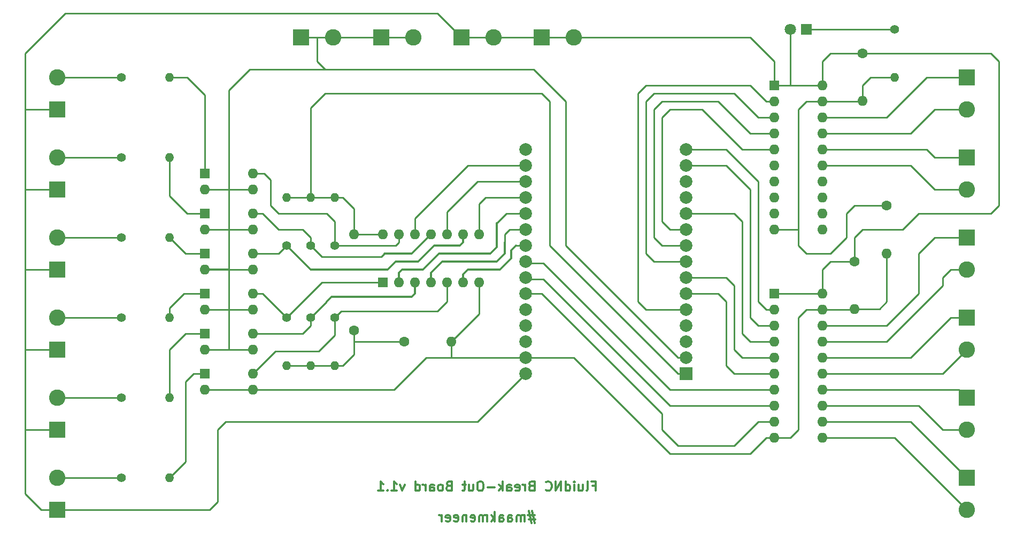
<source format=gbl>
G04 #@! TF.GenerationSoftware,KiCad,Pcbnew,7.0.1-3b83917a11~171~ubuntu20.04.1*
G04 #@! TF.CreationDate,2023-03-14T09:38:21+01:00*
G04 #@! TF.ProjectId,FluidNC-BOB v1.1,466c7569-644e-4432-9d42-4f422076312e,rev?*
G04 #@! TF.SameCoordinates,Original*
G04 #@! TF.FileFunction,Copper,L2,Bot*
G04 #@! TF.FilePolarity,Positive*
%FSLAX46Y46*%
G04 Gerber Fmt 4.6, Leading zero omitted, Abs format (unit mm)*
G04 Created by KiCad (PCBNEW 7.0.1-3b83917a11~171~ubuntu20.04.1) date 2023-03-14 09:38:21*
%MOMM*%
%LPD*%
G01*
G04 APERTURE LIST*
%ADD10C,0.300000*%
G04 #@! TA.AperFunction,NonConductor*
%ADD11C,0.300000*%
G04 #@! TD*
G04 #@! TA.AperFunction,ComponentPad*
%ADD12R,1.600000X1.600000*%
G04 #@! TD*
G04 #@! TA.AperFunction,ComponentPad*
%ADD13O,1.600000X1.600000*%
G04 #@! TD*
G04 #@! TA.AperFunction,ComponentPad*
%ADD14C,1.600000*%
G04 #@! TD*
G04 #@! TA.AperFunction,ComponentPad*
%ADD15R,1.800000X1.800000*%
G04 #@! TD*
G04 #@! TA.AperFunction,ComponentPad*
%ADD16C,1.800000*%
G04 #@! TD*
G04 #@! TA.AperFunction,ComponentPad*
%ADD17C,1.400000*%
G04 #@! TD*
G04 #@! TA.AperFunction,ComponentPad*
%ADD18O,1.400000X1.400000*%
G04 #@! TD*
G04 #@! TA.AperFunction,ComponentPad*
%ADD19R,2.000000X2.000000*%
G04 #@! TD*
G04 #@! TA.AperFunction,ComponentPad*
%ADD20C,2.000000*%
G04 #@! TD*
G04 #@! TA.AperFunction,ComponentPad*
%ADD21R,2.600000X2.600000*%
G04 #@! TD*
G04 #@! TA.AperFunction,ComponentPad*
%ADD22C,2.600000*%
G04 #@! TD*
G04 #@! TA.AperFunction,Conductor*
%ADD23C,0.250000*%
G04 #@! TD*
G04 #@! TA.AperFunction,Conductor*
%ADD24C,0.300000*%
G04 #@! TD*
G04 APERTURE END LIST*
D10*
D11*
X146508285Y-113048214D02*
X147008285Y-113048214D01*
X147008285Y-113833928D02*
X147008285Y-112333928D01*
X147008285Y-112333928D02*
X146293999Y-112333928D01*
X145508285Y-113833928D02*
X145651142Y-113762500D01*
X145651142Y-113762500D02*
X145722571Y-113619642D01*
X145722571Y-113619642D02*
X145722571Y-112333928D01*
X144294000Y-112833928D02*
X144294000Y-113833928D01*
X144936857Y-112833928D02*
X144936857Y-113619642D01*
X144936857Y-113619642D02*
X144865428Y-113762500D01*
X144865428Y-113762500D02*
X144722571Y-113833928D01*
X144722571Y-113833928D02*
X144508285Y-113833928D01*
X144508285Y-113833928D02*
X144365428Y-113762500D01*
X144365428Y-113762500D02*
X144294000Y-113691071D01*
X143579714Y-113833928D02*
X143579714Y-112833928D01*
X143579714Y-112333928D02*
X143651142Y-112405357D01*
X143651142Y-112405357D02*
X143579714Y-112476785D01*
X143579714Y-112476785D02*
X143508285Y-112405357D01*
X143508285Y-112405357D02*
X143579714Y-112333928D01*
X143579714Y-112333928D02*
X143579714Y-112476785D01*
X142222571Y-113833928D02*
X142222571Y-112333928D01*
X142222571Y-113762500D02*
X142365428Y-113833928D01*
X142365428Y-113833928D02*
X142651142Y-113833928D01*
X142651142Y-113833928D02*
X142793999Y-113762500D01*
X142793999Y-113762500D02*
X142865428Y-113691071D01*
X142865428Y-113691071D02*
X142936856Y-113548214D01*
X142936856Y-113548214D02*
X142936856Y-113119642D01*
X142936856Y-113119642D02*
X142865428Y-112976785D01*
X142865428Y-112976785D02*
X142793999Y-112905357D01*
X142793999Y-112905357D02*
X142651142Y-112833928D01*
X142651142Y-112833928D02*
X142365428Y-112833928D01*
X142365428Y-112833928D02*
X142222571Y-112905357D01*
X141508285Y-113833928D02*
X141508285Y-112333928D01*
X141508285Y-112333928D02*
X140651142Y-113833928D01*
X140651142Y-113833928D02*
X140651142Y-112333928D01*
X139079713Y-113691071D02*
X139151141Y-113762500D01*
X139151141Y-113762500D02*
X139365427Y-113833928D01*
X139365427Y-113833928D02*
X139508284Y-113833928D01*
X139508284Y-113833928D02*
X139722570Y-113762500D01*
X139722570Y-113762500D02*
X139865427Y-113619642D01*
X139865427Y-113619642D02*
X139936856Y-113476785D01*
X139936856Y-113476785D02*
X140008284Y-113191071D01*
X140008284Y-113191071D02*
X140008284Y-112976785D01*
X140008284Y-112976785D02*
X139936856Y-112691071D01*
X139936856Y-112691071D02*
X139865427Y-112548214D01*
X139865427Y-112548214D02*
X139722570Y-112405357D01*
X139722570Y-112405357D02*
X139508284Y-112333928D01*
X139508284Y-112333928D02*
X139365427Y-112333928D01*
X139365427Y-112333928D02*
X139151141Y-112405357D01*
X139151141Y-112405357D02*
X139079713Y-112476785D01*
X136793999Y-113048214D02*
X136579713Y-113119642D01*
X136579713Y-113119642D02*
X136508284Y-113191071D01*
X136508284Y-113191071D02*
X136436856Y-113333928D01*
X136436856Y-113333928D02*
X136436856Y-113548214D01*
X136436856Y-113548214D02*
X136508284Y-113691071D01*
X136508284Y-113691071D02*
X136579713Y-113762500D01*
X136579713Y-113762500D02*
X136722570Y-113833928D01*
X136722570Y-113833928D02*
X137293999Y-113833928D01*
X137293999Y-113833928D02*
X137293999Y-112333928D01*
X137293999Y-112333928D02*
X136793999Y-112333928D01*
X136793999Y-112333928D02*
X136651142Y-112405357D01*
X136651142Y-112405357D02*
X136579713Y-112476785D01*
X136579713Y-112476785D02*
X136508284Y-112619642D01*
X136508284Y-112619642D02*
X136508284Y-112762500D01*
X136508284Y-112762500D02*
X136579713Y-112905357D01*
X136579713Y-112905357D02*
X136651142Y-112976785D01*
X136651142Y-112976785D02*
X136793999Y-113048214D01*
X136793999Y-113048214D02*
X137293999Y-113048214D01*
X135793999Y-113833928D02*
X135793999Y-112833928D01*
X135793999Y-113119642D02*
X135722570Y-112976785D01*
X135722570Y-112976785D02*
X135651142Y-112905357D01*
X135651142Y-112905357D02*
X135508284Y-112833928D01*
X135508284Y-112833928D02*
X135365427Y-112833928D01*
X134293999Y-113762500D02*
X134436856Y-113833928D01*
X134436856Y-113833928D02*
X134722571Y-113833928D01*
X134722571Y-113833928D02*
X134865428Y-113762500D01*
X134865428Y-113762500D02*
X134936856Y-113619642D01*
X134936856Y-113619642D02*
X134936856Y-113048214D01*
X134936856Y-113048214D02*
X134865428Y-112905357D01*
X134865428Y-112905357D02*
X134722571Y-112833928D01*
X134722571Y-112833928D02*
X134436856Y-112833928D01*
X134436856Y-112833928D02*
X134293999Y-112905357D01*
X134293999Y-112905357D02*
X134222571Y-113048214D01*
X134222571Y-113048214D02*
X134222571Y-113191071D01*
X134222571Y-113191071D02*
X134936856Y-113333928D01*
X132936857Y-113833928D02*
X132936857Y-113048214D01*
X132936857Y-113048214D02*
X133008285Y-112905357D01*
X133008285Y-112905357D02*
X133151142Y-112833928D01*
X133151142Y-112833928D02*
X133436857Y-112833928D01*
X133436857Y-112833928D02*
X133579714Y-112905357D01*
X132936857Y-113762500D02*
X133079714Y-113833928D01*
X133079714Y-113833928D02*
X133436857Y-113833928D01*
X133436857Y-113833928D02*
X133579714Y-113762500D01*
X133579714Y-113762500D02*
X133651142Y-113619642D01*
X133651142Y-113619642D02*
X133651142Y-113476785D01*
X133651142Y-113476785D02*
X133579714Y-113333928D01*
X133579714Y-113333928D02*
X133436857Y-113262500D01*
X133436857Y-113262500D02*
X133079714Y-113262500D01*
X133079714Y-113262500D02*
X132936857Y-113191071D01*
X132222571Y-113833928D02*
X132222571Y-112333928D01*
X132079714Y-113262500D02*
X131651142Y-113833928D01*
X131651142Y-112833928D02*
X132222571Y-113405357D01*
X131008285Y-113262500D02*
X129865428Y-113262500D01*
X128865427Y-112333928D02*
X128579713Y-112333928D01*
X128579713Y-112333928D02*
X128436856Y-112405357D01*
X128436856Y-112405357D02*
X128293999Y-112548214D01*
X128293999Y-112548214D02*
X128222570Y-112833928D01*
X128222570Y-112833928D02*
X128222570Y-113333928D01*
X128222570Y-113333928D02*
X128293999Y-113619642D01*
X128293999Y-113619642D02*
X128436856Y-113762500D01*
X128436856Y-113762500D02*
X128579713Y-113833928D01*
X128579713Y-113833928D02*
X128865427Y-113833928D01*
X128865427Y-113833928D02*
X129008285Y-113762500D01*
X129008285Y-113762500D02*
X129151142Y-113619642D01*
X129151142Y-113619642D02*
X129222570Y-113333928D01*
X129222570Y-113333928D02*
X129222570Y-112833928D01*
X129222570Y-112833928D02*
X129151142Y-112548214D01*
X129151142Y-112548214D02*
X129008285Y-112405357D01*
X129008285Y-112405357D02*
X128865427Y-112333928D01*
X126936856Y-112833928D02*
X126936856Y-113833928D01*
X127579713Y-112833928D02*
X127579713Y-113619642D01*
X127579713Y-113619642D02*
X127508284Y-113762500D01*
X127508284Y-113762500D02*
X127365427Y-113833928D01*
X127365427Y-113833928D02*
X127151141Y-113833928D01*
X127151141Y-113833928D02*
X127008284Y-113762500D01*
X127008284Y-113762500D02*
X126936856Y-113691071D01*
X126436855Y-112833928D02*
X125865427Y-112833928D01*
X126222570Y-112333928D02*
X126222570Y-113619642D01*
X126222570Y-113619642D02*
X126151141Y-113762500D01*
X126151141Y-113762500D02*
X126008284Y-113833928D01*
X126008284Y-113833928D02*
X125865427Y-113833928D01*
X123722570Y-113048214D02*
X123508284Y-113119642D01*
X123508284Y-113119642D02*
X123436855Y-113191071D01*
X123436855Y-113191071D02*
X123365427Y-113333928D01*
X123365427Y-113333928D02*
X123365427Y-113548214D01*
X123365427Y-113548214D02*
X123436855Y-113691071D01*
X123436855Y-113691071D02*
X123508284Y-113762500D01*
X123508284Y-113762500D02*
X123651141Y-113833928D01*
X123651141Y-113833928D02*
X124222570Y-113833928D01*
X124222570Y-113833928D02*
X124222570Y-112333928D01*
X124222570Y-112333928D02*
X123722570Y-112333928D01*
X123722570Y-112333928D02*
X123579713Y-112405357D01*
X123579713Y-112405357D02*
X123508284Y-112476785D01*
X123508284Y-112476785D02*
X123436855Y-112619642D01*
X123436855Y-112619642D02*
X123436855Y-112762500D01*
X123436855Y-112762500D02*
X123508284Y-112905357D01*
X123508284Y-112905357D02*
X123579713Y-112976785D01*
X123579713Y-112976785D02*
X123722570Y-113048214D01*
X123722570Y-113048214D02*
X124222570Y-113048214D01*
X122508284Y-113833928D02*
X122651141Y-113762500D01*
X122651141Y-113762500D02*
X122722570Y-113691071D01*
X122722570Y-113691071D02*
X122793998Y-113548214D01*
X122793998Y-113548214D02*
X122793998Y-113119642D01*
X122793998Y-113119642D02*
X122722570Y-112976785D01*
X122722570Y-112976785D02*
X122651141Y-112905357D01*
X122651141Y-112905357D02*
X122508284Y-112833928D01*
X122508284Y-112833928D02*
X122293998Y-112833928D01*
X122293998Y-112833928D02*
X122151141Y-112905357D01*
X122151141Y-112905357D02*
X122079713Y-112976785D01*
X122079713Y-112976785D02*
X122008284Y-113119642D01*
X122008284Y-113119642D02*
X122008284Y-113548214D01*
X122008284Y-113548214D02*
X122079713Y-113691071D01*
X122079713Y-113691071D02*
X122151141Y-113762500D01*
X122151141Y-113762500D02*
X122293998Y-113833928D01*
X122293998Y-113833928D02*
X122508284Y-113833928D01*
X120722570Y-113833928D02*
X120722570Y-113048214D01*
X120722570Y-113048214D02*
X120793998Y-112905357D01*
X120793998Y-112905357D02*
X120936855Y-112833928D01*
X120936855Y-112833928D02*
X121222570Y-112833928D01*
X121222570Y-112833928D02*
X121365427Y-112905357D01*
X120722570Y-113762500D02*
X120865427Y-113833928D01*
X120865427Y-113833928D02*
X121222570Y-113833928D01*
X121222570Y-113833928D02*
X121365427Y-113762500D01*
X121365427Y-113762500D02*
X121436855Y-113619642D01*
X121436855Y-113619642D02*
X121436855Y-113476785D01*
X121436855Y-113476785D02*
X121365427Y-113333928D01*
X121365427Y-113333928D02*
X121222570Y-113262500D01*
X121222570Y-113262500D02*
X120865427Y-113262500D01*
X120865427Y-113262500D02*
X120722570Y-113191071D01*
X120008284Y-113833928D02*
X120008284Y-112833928D01*
X120008284Y-113119642D02*
X119936855Y-112976785D01*
X119936855Y-112976785D02*
X119865427Y-112905357D01*
X119865427Y-112905357D02*
X119722569Y-112833928D01*
X119722569Y-112833928D02*
X119579712Y-112833928D01*
X118436856Y-113833928D02*
X118436856Y-112333928D01*
X118436856Y-113762500D02*
X118579713Y-113833928D01*
X118579713Y-113833928D02*
X118865427Y-113833928D01*
X118865427Y-113833928D02*
X119008284Y-113762500D01*
X119008284Y-113762500D02*
X119079713Y-113691071D01*
X119079713Y-113691071D02*
X119151141Y-113548214D01*
X119151141Y-113548214D02*
X119151141Y-113119642D01*
X119151141Y-113119642D02*
X119079713Y-112976785D01*
X119079713Y-112976785D02*
X119008284Y-112905357D01*
X119008284Y-112905357D02*
X118865427Y-112833928D01*
X118865427Y-112833928D02*
X118579713Y-112833928D01*
X118579713Y-112833928D02*
X118436856Y-112905357D01*
X116722570Y-112833928D02*
X116365427Y-113833928D01*
X116365427Y-113833928D02*
X116008284Y-112833928D01*
X114651141Y-113833928D02*
X115508284Y-113833928D01*
X115079713Y-113833928D02*
X115079713Y-112333928D01*
X115079713Y-112333928D02*
X115222570Y-112548214D01*
X115222570Y-112548214D02*
X115365427Y-112691071D01*
X115365427Y-112691071D02*
X115508284Y-112762500D01*
X114008285Y-113691071D02*
X113936856Y-113762500D01*
X113936856Y-113762500D02*
X114008285Y-113833928D01*
X114008285Y-113833928D02*
X114079713Y-113762500D01*
X114079713Y-113762500D02*
X114008285Y-113691071D01*
X114008285Y-113691071D02*
X114008285Y-113833928D01*
X112508284Y-113833928D02*
X113365427Y-113833928D01*
X112936856Y-113833928D02*
X112936856Y-112333928D01*
X112936856Y-112333928D02*
X113079713Y-112548214D01*
X113079713Y-112548214D02*
X113222570Y-112691071D01*
X113222570Y-112691071D02*
X113365427Y-112762500D01*
X137293999Y-117693928D02*
X136222571Y-117693928D01*
X136865428Y-117051071D02*
X137293999Y-118979642D01*
X136365428Y-118336785D02*
X137436856Y-118336785D01*
X136793999Y-118979642D02*
X136365428Y-117051071D01*
X135722571Y-118693928D02*
X135722571Y-117693928D01*
X135722571Y-117836785D02*
X135651142Y-117765357D01*
X135651142Y-117765357D02*
X135508285Y-117693928D01*
X135508285Y-117693928D02*
X135293999Y-117693928D01*
X135293999Y-117693928D02*
X135151142Y-117765357D01*
X135151142Y-117765357D02*
X135079714Y-117908214D01*
X135079714Y-117908214D02*
X135079714Y-118693928D01*
X135079714Y-117908214D02*
X135008285Y-117765357D01*
X135008285Y-117765357D02*
X134865428Y-117693928D01*
X134865428Y-117693928D02*
X134651142Y-117693928D01*
X134651142Y-117693928D02*
X134508285Y-117765357D01*
X134508285Y-117765357D02*
X134436856Y-117908214D01*
X134436856Y-117908214D02*
X134436856Y-118693928D01*
X133079714Y-118693928D02*
X133079714Y-117908214D01*
X133079714Y-117908214D02*
X133151142Y-117765357D01*
X133151142Y-117765357D02*
X133293999Y-117693928D01*
X133293999Y-117693928D02*
X133579714Y-117693928D01*
X133579714Y-117693928D02*
X133722571Y-117765357D01*
X133079714Y-118622500D02*
X133222571Y-118693928D01*
X133222571Y-118693928D02*
X133579714Y-118693928D01*
X133579714Y-118693928D02*
X133722571Y-118622500D01*
X133722571Y-118622500D02*
X133793999Y-118479642D01*
X133793999Y-118479642D02*
X133793999Y-118336785D01*
X133793999Y-118336785D02*
X133722571Y-118193928D01*
X133722571Y-118193928D02*
X133579714Y-118122500D01*
X133579714Y-118122500D02*
X133222571Y-118122500D01*
X133222571Y-118122500D02*
X133079714Y-118051071D01*
X131722571Y-118693928D02*
X131722571Y-117908214D01*
X131722571Y-117908214D02*
X131793999Y-117765357D01*
X131793999Y-117765357D02*
X131936856Y-117693928D01*
X131936856Y-117693928D02*
X132222571Y-117693928D01*
X132222571Y-117693928D02*
X132365428Y-117765357D01*
X131722571Y-118622500D02*
X131865428Y-118693928D01*
X131865428Y-118693928D02*
X132222571Y-118693928D01*
X132222571Y-118693928D02*
X132365428Y-118622500D01*
X132365428Y-118622500D02*
X132436856Y-118479642D01*
X132436856Y-118479642D02*
X132436856Y-118336785D01*
X132436856Y-118336785D02*
X132365428Y-118193928D01*
X132365428Y-118193928D02*
X132222571Y-118122500D01*
X132222571Y-118122500D02*
X131865428Y-118122500D01*
X131865428Y-118122500D02*
X131722571Y-118051071D01*
X131008285Y-118693928D02*
X131008285Y-117193928D01*
X130865428Y-118122500D02*
X130436856Y-118693928D01*
X130436856Y-117693928D02*
X131008285Y-118265357D01*
X129793999Y-118693928D02*
X129793999Y-117693928D01*
X129793999Y-117836785D02*
X129722570Y-117765357D01*
X129722570Y-117765357D02*
X129579713Y-117693928D01*
X129579713Y-117693928D02*
X129365427Y-117693928D01*
X129365427Y-117693928D02*
X129222570Y-117765357D01*
X129222570Y-117765357D02*
X129151142Y-117908214D01*
X129151142Y-117908214D02*
X129151142Y-118693928D01*
X129151142Y-117908214D02*
X129079713Y-117765357D01*
X129079713Y-117765357D02*
X128936856Y-117693928D01*
X128936856Y-117693928D02*
X128722570Y-117693928D01*
X128722570Y-117693928D02*
X128579713Y-117765357D01*
X128579713Y-117765357D02*
X128508284Y-117908214D01*
X128508284Y-117908214D02*
X128508284Y-118693928D01*
X127222570Y-118622500D02*
X127365427Y-118693928D01*
X127365427Y-118693928D02*
X127651142Y-118693928D01*
X127651142Y-118693928D02*
X127793999Y-118622500D01*
X127793999Y-118622500D02*
X127865427Y-118479642D01*
X127865427Y-118479642D02*
X127865427Y-117908214D01*
X127865427Y-117908214D02*
X127793999Y-117765357D01*
X127793999Y-117765357D02*
X127651142Y-117693928D01*
X127651142Y-117693928D02*
X127365427Y-117693928D01*
X127365427Y-117693928D02*
X127222570Y-117765357D01*
X127222570Y-117765357D02*
X127151142Y-117908214D01*
X127151142Y-117908214D02*
X127151142Y-118051071D01*
X127151142Y-118051071D02*
X127865427Y-118193928D01*
X126508285Y-117693928D02*
X126508285Y-118693928D01*
X126508285Y-117836785D02*
X126436856Y-117765357D01*
X126436856Y-117765357D02*
X126293999Y-117693928D01*
X126293999Y-117693928D02*
X126079713Y-117693928D01*
X126079713Y-117693928D02*
X125936856Y-117765357D01*
X125936856Y-117765357D02*
X125865428Y-117908214D01*
X125865428Y-117908214D02*
X125865428Y-118693928D01*
X124579713Y-118622500D02*
X124722570Y-118693928D01*
X124722570Y-118693928D02*
X125008285Y-118693928D01*
X125008285Y-118693928D02*
X125151142Y-118622500D01*
X125151142Y-118622500D02*
X125222570Y-118479642D01*
X125222570Y-118479642D02*
X125222570Y-117908214D01*
X125222570Y-117908214D02*
X125151142Y-117765357D01*
X125151142Y-117765357D02*
X125008285Y-117693928D01*
X125008285Y-117693928D02*
X124722570Y-117693928D01*
X124722570Y-117693928D02*
X124579713Y-117765357D01*
X124579713Y-117765357D02*
X124508285Y-117908214D01*
X124508285Y-117908214D02*
X124508285Y-118051071D01*
X124508285Y-118051071D02*
X125222570Y-118193928D01*
X123293999Y-118622500D02*
X123436856Y-118693928D01*
X123436856Y-118693928D02*
X123722571Y-118693928D01*
X123722571Y-118693928D02*
X123865428Y-118622500D01*
X123865428Y-118622500D02*
X123936856Y-118479642D01*
X123936856Y-118479642D02*
X123936856Y-117908214D01*
X123936856Y-117908214D02*
X123865428Y-117765357D01*
X123865428Y-117765357D02*
X123722571Y-117693928D01*
X123722571Y-117693928D02*
X123436856Y-117693928D01*
X123436856Y-117693928D02*
X123293999Y-117765357D01*
X123293999Y-117765357D02*
X123222571Y-117908214D01*
X123222571Y-117908214D02*
X123222571Y-118051071D01*
X123222571Y-118051071D02*
X123936856Y-118193928D01*
X122579714Y-118693928D02*
X122579714Y-117693928D01*
X122579714Y-117979642D02*
X122508285Y-117836785D01*
X122508285Y-117836785D02*
X122436857Y-117765357D01*
X122436857Y-117765357D02*
X122293999Y-117693928D01*
X122293999Y-117693928D02*
X122151142Y-117693928D01*
D12*
X113279000Y-80762000D03*
D13*
X115819000Y-80762000D03*
X118359000Y-80762000D03*
X120899000Y-80762000D03*
X123439000Y-80762000D03*
X125979000Y-80762000D03*
X128519000Y-80762000D03*
X128519000Y-73142000D03*
X125979000Y-73142000D03*
X123439000Y-73142000D03*
X120899000Y-73142000D03*
X118359000Y-73142000D03*
X115819000Y-73142000D03*
X113279000Y-73142000D03*
D12*
X175260000Y-82550000D03*
D13*
X175260000Y-85090000D03*
X175260000Y-87630000D03*
X175260000Y-90170000D03*
X175260000Y-92710000D03*
X175260000Y-95250000D03*
X175260000Y-97790000D03*
X175260000Y-100330000D03*
X175260000Y-102870000D03*
X175260000Y-105410000D03*
X182880000Y-105410000D03*
X182880000Y-102870000D03*
X182880000Y-100330000D03*
X182880000Y-97790000D03*
X182880000Y-95250000D03*
X182880000Y-92710000D03*
X182880000Y-90170000D03*
X182880000Y-87630000D03*
X182880000Y-85090000D03*
X182880000Y-82550000D03*
D12*
X175260000Y-49530000D03*
D13*
X175260000Y-52070000D03*
X175260000Y-54610000D03*
X175260000Y-57150000D03*
X175260000Y-59690000D03*
X175260000Y-62230000D03*
X175260000Y-64770000D03*
X175260000Y-67310000D03*
X175260000Y-69850000D03*
X175260000Y-72390000D03*
X182880000Y-72390000D03*
X182880000Y-69850000D03*
X182880000Y-67310000D03*
X182880000Y-64770000D03*
X182880000Y-62230000D03*
X182880000Y-59690000D03*
X182880000Y-57150000D03*
X182880000Y-54610000D03*
X182880000Y-52070000D03*
X182880000Y-49530000D03*
D12*
X85090000Y-63500000D03*
D13*
X85090000Y-66040000D03*
X92710000Y-66040000D03*
X92710000Y-63500000D03*
D12*
X85090000Y-69850000D03*
D13*
X85090000Y-72390000D03*
X92710000Y-72390000D03*
X92710000Y-69850000D03*
D12*
X85090000Y-88900000D03*
D13*
X85090000Y-91440000D03*
X92710000Y-91440000D03*
X92710000Y-88900000D03*
D12*
X85090000Y-95250000D03*
D13*
X85090000Y-97790000D03*
X92710000Y-97790000D03*
X92710000Y-95250000D03*
D12*
X85090000Y-82550000D03*
D13*
X85090000Y-85090000D03*
X92710000Y-85090000D03*
X92710000Y-82550000D03*
D12*
X85090000Y-76200000D03*
D13*
X85090000Y-78740000D03*
X92710000Y-78740000D03*
X92710000Y-76200000D03*
D14*
X187960000Y-77470000D03*
D13*
X187960000Y-84970000D03*
D14*
X189230000Y-44450000D03*
D13*
X189230000Y-51950000D03*
D15*
X180340000Y-40640000D03*
D16*
X177800000Y-40640000D03*
D17*
X71882000Y-48260000D03*
D18*
X79502000Y-48260000D03*
D17*
X71882000Y-60960000D03*
D18*
X79502000Y-60960000D03*
D17*
X71882000Y-99060000D03*
D18*
X79502000Y-99060000D03*
D17*
X71882000Y-111760000D03*
D18*
X79502000Y-111760000D03*
D17*
X71882000Y-86360000D03*
D18*
X79502000Y-86360000D03*
D17*
X71882000Y-73660000D03*
D18*
X79502000Y-73660000D03*
D17*
X105664000Y-74930000D03*
D18*
X105664000Y-67310000D03*
D17*
X101854000Y-74930000D03*
D18*
X101854000Y-67310000D03*
D17*
X101854000Y-86360000D03*
D18*
X101854000Y-93980000D03*
D17*
X105664000Y-86360000D03*
D18*
X105664000Y-93980000D03*
D17*
X98044000Y-86360000D03*
D18*
X98044000Y-93980000D03*
D17*
X98044000Y-74930000D03*
D18*
X98044000Y-67310000D03*
D17*
X194310000Y-40640000D03*
D18*
X194310000Y-48260000D03*
D19*
X161290000Y-95250000D03*
D20*
X161290000Y-92710000D03*
X161290000Y-90170000D03*
X161290000Y-87630000D03*
X161290000Y-85090000D03*
X161290000Y-82550000D03*
X161290000Y-80010000D03*
X161290000Y-77470000D03*
X161290000Y-74930000D03*
X161290000Y-72390000D03*
X161290000Y-69850000D03*
X161290000Y-67310000D03*
X161290000Y-64770000D03*
X161290000Y-62230000D03*
X161290000Y-59690000D03*
X135890000Y-59690000D03*
X135890000Y-62230000D03*
X135890000Y-64770000D03*
X135890000Y-67310000D03*
X135890000Y-69850000D03*
X135890000Y-72390000D03*
X135890000Y-74930000D03*
X135890000Y-77470000D03*
X135890000Y-80010000D03*
X135890000Y-82550000D03*
X135890000Y-85090000D03*
X135890000Y-87630000D03*
X135890000Y-90170000D03*
X135890000Y-92710000D03*
X135890000Y-95250000D03*
D21*
X61722000Y-53340000D03*
D22*
X61722000Y-48260000D03*
D21*
X61722000Y-66040000D03*
D22*
X61722000Y-60960000D03*
D21*
X61722000Y-104140000D03*
D22*
X61722000Y-99060000D03*
D21*
X61722000Y-116840000D03*
D22*
X61722000Y-111760000D03*
D21*
X61722000Y-91440000D03*
D22*
X61722000Y-86360000D03*
D21*
X61722000Y-78740000D03*
D22*
X61722000Y-73660000D03*
D21*
X205740000Y-73660000D03*
D22*
X205740000Y-78740000D03*
D21*
X205740000Y-86360000D03*
D22*
X205740000Y-91440000D03*
D21*
X205740000Y-99060000D03*
D22*
X205740000Y-104140000D03*
D21*
X205740000Y-111760000D03*
D22*
X205740000Y-116840000D03*
D21*
X205740000Y-48260000D03*
D22*
X205740000Y-53340000D03*
D21*
X205740000Y-60960000D03*
D22*
X205740000Y-66040000D03*
D14*
X193040000Y-68580000D03*
D13*
X193040000Y-76200000D03*
D14*
X108712000Y-88392000D03*
D13*
X108712000Y-73152000D03*
D21*
X113030000Y-41910000D03*
D22*
X118110000Y-41910000D03*
D21*
X100330000Y-41910000D03*
D22*
X105410000Y-41910000D03*
D21*
X125730000Y-41910000D03*
D22*
X130810000Y-41910000D03*
D21*
X138430000Y-41910000D03*
D22*
X143510000Y-41910000D03*
D14*
X116646000Y-90170000D03*
D13*
X124146000Y-90170000D03*
D23*
X105664000Y-93980000D02*
X106934000Y-93980000D01*
X106934000Y-93980000D02*
X108712000Y-92202000D01*
X108712000Y-92202000D02*
X108712000Y-90170000D01*
X116646000Y-90170000D02*
X108712000Y-90170000D01*
X108712000Y-90170000D02*
X108712000Y-88392000D01*
D24*
X85090000Y-78740000D02*
X88900000Y-78740000D01*
D23*
X101854000Y-74930000D02*
X103632000Y-76708000D01*
D24*
X117856000Y-76200000D02*
X113538000Y-76200000D01*
D23*
X103632000Y-76708000D02*
X113030000Y-76708000D01*
X113030000Y-76708000D02*
X113538000Y-76200000D01*
D24*
X125979000Y-73142000D02*
X125979000Y-74427000D01*
X125979000Y-74427000D02*
X125476000Y-74930000D01*
X125476000Y-74930000D02*
X121412000Y-74930000D01*
X101854000Y-78740000D02*
X98044000Y-74930000D01*
X121412000Y-74930000D02*
X118872000Y-77470000D01*
X118872000Y-77470000D02*
X115316000Y-77470000D01*
X114046000Y-78740000D02*
X101854000Y-78740000D01*
X115316000Y-77470000D02*
X114046000Y-78740000D01*
X118359000Y-82555000D02*
X117856000Y-83058000D01*
X118359000Y-80762000D02*
X118359000Y-82555000D01*
X117856000Y-83058000D02*
X105156000Y-83058000D01*
X105156000Y-83058000D02*
X104394000Y-83820000D01*
X118857000Y-75184000D02*
X120899000Y-73142000D01*
X117856000Y-76200000D02*
X118857000Y-75199000D01*
X118857000Y-75199000D02*
X118857000Y-75184000D01*
X120899000Y-80762000D02*
X120899000Y-79253000D01*
X120899000Y-79253000D02*
X122682000Y-77470000D01*
X122682000Y-77470000D02*
X131318000Y-77470000D01*
X131318000Y-77470000D02*
X132588000Y-76200000D01*
X132588000Y-76200000D02*
X132588000Y-74422000D01*
X115819000Y-80762000D02*
X115819000Y-79253000D01*
X115819000Y-79253000D02*
X116332000Y-78740000D01*
X116332000Y-78740000D02*
X119634000Y-78740000D01*
X119634000Y-78740000D02*
X122174000Y-76200000D01*
X122174000Y-76200000D02*
X130302000Y-76200000D01*
X130302000Y-76200000D02*
X131318000Y-75184000D01*
X131318000Y-75184000D02*
X131318000Y-71374000D01*
D23*
X131318000Y-71374000D02*
X132842000Y-69850000D01*
D24*
X131826000Y-78740000D02*
X133604000Y-76962000D01*
X125979000Y-79507000D02*
X126746000Y-78740000D01*
X125979000Y-80762000D02*
X125979000Y-79507000D01*
X126746000Y-78740000D02*
X131826000Y-78740000D01*
X133604000Y-76962000D02*
X133604000Y-75692000D01*
X133604000Y-75692000D02*
X134366000Y-74930000D01*
D23*
X105664000Y-74930000D02*
X115316000Y-74930000D01*
X115316000Y-74930000D02*
X115819000Y-74427000D01*
X180340000Y-40640000D02*
X194310000Y-40640000D01*
X61722000Y-48260000D02*
X71882000Y-48260000D01*
X61722000Y-60960000D02*
X71882000Y-60960000D01*
X61722000Y-99060000D02*
X71882000Y-99060000D01*
X61722000Y-111760000D02*
X71882000Y-111760000D01*
X61722000Y-86360000D02*
X71882000Y-86360000D01*
X61722000Y-73660000D02*
X71882000Y-73660000D01*
X200660000Y-73660000D02*
X205740000Y-73660000D01*
X182880000Y-87630000D02*
X193040000Y-87630000D01*
X198120000Y-82550000D02*
X198120000Y-76200000D01*
X198120000Y-76200000D02*
X200660000Y-73660000D01*
X193040000Y-87630000D02*
X198120000Y-82550000D01*
X203200000Y-78740000D02*
X205740000Y-78740000D01*
X201930000Y-80010000D02*
X203200000Y-78740000D01*
X182880000Y-90170000D02*
X193040000Y-90170000D01*
X193040000Y-90170000D02*
X201930000Y-81280000D01*
X201930000Y-81280000D02*
X201930000Y-80010000D01*
X196850000Y-92710000D02*
X203200000Y-86360000D01*
X203200000Y-86360000D02*
X205740000Y-86360000D01*
X182880000Y-92710000D02*
X196850000Y-92710000D01*
X182880000Y-95250000D02*
X201930000Y-95250000D01*
X201930000Y-95250000D02*
X205740000Y-91440000D01*
X204470000Y-97790000D02*
X205740000Y-99060000D01*
X182880000Y-97790000D02*
X204470000Y-97790000D01*
X103124000Y-91694000D02*
X105664000Y-89154000D01*
X96266000Y-91694000D02*
X103124000Y-91694000D01*
X105664000Y-86360000D02*
X106680000Y-85344000D01*
X123439000Y-83825000D02*
X123439000Y-80762000D01*
X105664000Y-89154000D02*
X105664000Y-86360000D01*
X121920000Y-85344000D02*
X123439000Y-83825000D01*
X92710000Y-95250000D02*
X96266000Y-91694000D01*
X106680000Y-85344000D02*
X121920000Y-85344000D01*
X101854000Y-87630000D02*
X101854000Y-86360000D01*
X100584000Y-88900000D02*
X101854000Y-87630000D01*
X92710000Y-88900000D02*
X100584000Y-88900000D01*
X101854000Y-86360000D02*
X104394000Y-83820000D01*
X96774000Y-76200000D02*
X98044000Y-74930000D01*
X92710000Y-76200000D02*
X96774000Y-76200000D01*
X113279000Y-80762000D02*
X103642000Y-80762000D01*
X94234000Y-82550000D02*
X98044000Y-86360000D01*
X103642000Y-80762000D02*
X98044000Y-86360000D01*
X92710000Y-82550000D02*
X94234000Y-82550000D01*
X94234000Y-69850000D02*
X92710000Y-69850000D01*
X96774000Y-72390000D02*
X94234000Y-69850000D01*
X96774000Y-72390000D02*
X100584000Y-72390000D01*
X100584000Y-72390000D02*
X101854000Y-73660000D01*
X101854000Y-73660000D02*
X101854000Y-74930000D01*
X94488000Y-63500000D02*
X92710000Y-63500000D01*
X95504000Y-68580000D02*
X95504000Y-64516000D01*
X96774000Y-69850000D02*
X95504000Y-68580000D01*
X104394000Y-69850000D02*
X105664000Y-71120000D01*
X105664000Y-71120000D02*
X105664000Y-74930000D01*
X96774000Y-69850000D02*
X104394000Y-69850000D01*
X115819000Y-74427000D02*
X115819000Y-73142000D01*
X95504000Y-64516000D02*
X94488000Y-63500000D01*
X182880000Y-100330000D02*
X198120000Y-100330000D01*
X201930000Y-104140000D02*
X205740000Y-104140000D01*
X198120000Y-100330000D02*
X201930000Y-104140000D01*
X104902000Y-46990000D02*
X104140000Y-46990000D01*
X115062000Y-97790000D02*
X120142000Y-92710000D01*
X102870000Y-41910000D02*
X104140000Y-41910000D01*
X179070000Y-53340000D02*
X179070000Y-72390000D01*
X187840000Y-85090000D02*
X187960000Y-84970000D01*
X191890000Y-84970000D02*
X193040000Y-83820000D01*
X158750000Y-107950000D02*
X171450000Y-107950000D01*
X142240000Y-74930000D02*
X142240000Y-52070000D01*
X135890000Y-92710000D02*
X143510000Y-92710000D01*
X124146000Y-90170000D02*
X124146000Y-92650000D01*
X173990000Y-105410000D02*
X175260000Y-105410000D01*
X179070000Y-104140000D02*
X179070000Y-86360000D01*
X88900000Y-91440000D02*
X92710000Y-91440000D01*
X102870000Y-45720000D02*
X102870000Y-41910000D01*
X189230000Y-49530000D02*
X189230000Y-51950000D01*
X128519000Y-80762000D02*
X128519000Y-85797000D01*
X104140000Y-41910000D02*
X105410000Y-41910000D01*
X88900000Y-78740000D02*
X88900000Y-85090000D01*
X171450000Y-107950000D02*
X173990000Y-105410000D01*
X124206000Y-92710000D02*
X135890000Y-92710000D01*
X179070000Y-74930000D02*
X180340000Y-76200000D01*
X175260000Y-72390000D02*
X179070000Y-72390000D01*
X88900000Y-78740000D02*
X92710000Y-78740000D01*
X179070000Y-86360000D02*
X180340000Y-85090000D01*
X182880000Y-52070000D02*
X180340000Y-52070000D01*
X182880000Y-85090000D02*
X187840000Y-85090000D01*
X160020000Y-92710000D02*
X142240000Y-74930000D01*
X186690000Y-73660000D02*
X186690000Y-69850000D01*
X180340000Y-52070000D02*
X179070000Y-53340000D01*
X137160000Y-46990000D02*
X104902000Y-46990000D01*
X128519000Y-85797000D02*
X124146000Y-90170000D01*
X182880000Y-52070000D02*
X189110000Y-52070000D01*
X184150000Y-76200000D02*
X186690000Y-73660000D01*
X85090000Y-97790000D02*
X92710000Y-97790000D01*
X88900000Y-66040000D02*
X92710000Y-66040000D01*
X85090000Y-66040000D02*
X88900000Y-66040000D01*
X193040000Y-83820000D02*
X193040000Y-76200000D01*
X88900000Y-66040000D02*
X88900000Y-50292000D01*
X92710000Y-97790000D02*
X115062000Y-97790000D01*
X88900000Y-85090000D02*
X88900000Y-91440000D01*
X161290000Y-92710000D02*
X160020000Y-92710000D01*
X180340000Y-76200000D02*
X184150000Y-76200000D01*
X85090000Y-85090000D02*
X88900000Y-85090000D01*
X100330000Y-41910000D02*
X102870000Y-41910000D01*
X88900000Y-66040000D02*
X88900000Y-72390000D01*
X88900000Y-85090000D02*
X92710000Y-85090000D01*
X88900000Y-72390000D02*
X92710000Y-72390000D01*
X175260000Y-105410000D02*
X177800000Y-105410000D01*
X186690000Y-69850000D02*
X187960000Y-68580000D01*
X177800000Y-105410000D02*
X179070000Y-104140000D01*
X142240000Y-52070000D02*
X137160000Y-46990000D01*
X194310000Y-48260000D02*
X190500000Y-48260000D01*
X88900000Y-50292000D02*
X92202000Y-46990000D01*
X104140000Y-46990000D02*
X102870000Y-45720000D01*
X190500000Y-48260000D02*
X189230000Y-49530000D01*
X92202000Y-46990000D02*
X104902000Y-46990000D01*
X120142000Y-92710000D02*
X124206000Y-92710000D01*
X105410000Y-41910000D02*
X113030000Y-41910000D01*
X85090000Y-72390000D02*
X88900000Y-72390000D01*
X124146000Y-92650000D02*
X124206000Y-92710000D01*
X143510000Y-92710000D02*
X158750000Y-107950000D01*
X113030000Y-41910000D02*
X118110000Y-41910000D01*
X187960000Y-68580000D02*
X193040000Y-68580000D01*
X187960000Y-84970000D02*
X191890000Y-84970000D01*
X85090000Y-91440000D02*
X88900000Y-91440000D01*
X189110000Y-52070000D02*
X189230000Y-51950000D01*
X179070000Y-72390000D02*
X179070000Y-74930000D01*
X180340000Y-85090000D02*
X182880000Y-85090000D01*
X88900000Y-78740000D02*
X88900000Y-72390000D01*
X82296000Y-48260000D02*
X85090000Y-51054000D01*
X85090000Y-51054000D02*
X85090000Y-63500000D01*
X79502000Y-48260000D02*
X82296000Y-48260000D01*
X79502000Y-60960000D02*
X79502000Y-67056000D01*
X82296000Y-69850000D02*
X85090000Y-69850000D01*
X79502000Y-67056000D02*
X82296000Y-69850000D01*
X79502000Y-99060000D02*
X79502000Y-91440000D01*
X79502000Y-91440000D02*
X82042000Y-88900000D01*
X82042000Y-88900000D02*
X85090000Y-88900000D01*
X83312000Y-95250000D02*
X85090000Y-95250000D01*
X79502000Y-111760000D02*
X82042000Y-109220000D01*
X82042000Y-96520000D02*
X83312000Y-95250000D01*
X82042000Y-109220000D02*
X82042000Y-96520000D01*
X79502000Y-84836000D02*
X81788000Y-82550000D01*
X79502000Y-86360000D02*
X79502000Y-84836000D01*
X81788000Y-82550000D02*
X85090000Y-82550000D01*
X82042000Y-76200000D02*
X85090000Y-76200000D01*
X79502000Y-73660000D02*
X82042000Y-76200000D01*
X56642000Y-44450000D02*
X56642000Y-53340000D01*
X56642000Y-114300000D02*
X59182000Y-116840000D01*
X187960000Y-77470000D02*
X187960000Y-73660000D01*
X56642000Y-78740000D02*
X61722000Y-78740000D01*
X210820000Y-45720000D02*
X210820000Y-68580000D01*
X125730000Y-41910000D02*
X121920000Y-38100000D01*
X56642000Y-53340000D02*
X56642000Y-66040000D01*
X189230000Y-44450000D02*
X209550000Y-44450000D01*
X195580000Y-72390000D02*
X198120000Y-69850000D01*
X210820000Y-68580000D02*
X209550000Y-69850000D01*
X87122000Y-104140000D02*
X88392000Y-102870000D01*
X209550000Y-44450000D02*
X210820000Y-45720000D01*
X130810000Y-41910000D02*
X138430000Y-41910000D01*
X56642000Y-91440000D02*
X61722000Y-91440000D01*
X85852000Y-116840000D02*
X87122000Y-115570000D01*
X175260000Y-82550000D02*
X182880000Y-82550000D01*
X56642000Y-66040000D02*
X61722000Y-66040000D01*
X56642000Y-104140000D02*
X61722000Y-104140000D01*
X187960000Y-73660000D02*
X189230000Y-72390000D01*
X198120000Y-69850000D02*
X209550000Y-69850000D01*
X182880000Y-78740000D02*
X184150000Y-77470000D01*
X56642000Y-66040000D02*
X56642000Y-78740000D01*
X128270000Y-102870000D02*
X135890000Y-95250000D01*
X177800000Y-49530000D02*
X182880000Y-49530000D01*
X61722000Y-53340000D02*
X56642000Y-53340000D01*
X182880000Y-82550000D02*
X182880000Y-78740000D01*
X171450000Y-41910000D02*
X175260000Y-45720000D01*
X66802000Y-116840000D02*
X62992000Y-116840000D01*
X175260000Y-45720000D02*
X175260000Y-49530000D01*
X125730000Y-41910000D02*
X130810000Y-41910000D01*
X56642000Y-78740000D02*
X56642000Y-91440000D01*
X182880000Y-45720000D02*
X184150000Y-44450000D01*
X177800000Y-40640000D02*
X177800000Y-49530000D01*
X184150000Y-77470000D02*
X187960000Y-77470000D01*
X88392000Y-102870000D02*
X128270000Y-102870000D01*
X59182000Y-116840000D02*
X61722000Y-116840000D01*
X61722000Y-116840000D02*
X66802000Y-116840000D01*
X56642000Y-91440000D02*
X56642000Y-104140000D01*
X62992000Y-38100000D02*
X56642000Y-44450000D01*
X138430000Y-41910000D02*
X143510000Y-41910000D01*
X56642000Y-104140000D02*
X56642000Y-114300000D01*
X121920000Y-38100000D02*
X62992000Y-38100000D01*
X143510000Y-41910000D02*
X171450000Y-41910000D01*
X189230000Y-72390000D02*
X195580000Y-72390000D01*
X66802000Y-116840000D02*
X85852000Y-116840000D01*
X184150000Y-44450000D02*
X189230000Y-44450000D01*
X175260000Y-49530000D02*
X177800000Y-49530000D01*
X87122000Y-115570000D02*
X87122000Y-104140000D01*
X182880000Y-49530000D02*
X182880000Y-45720000D01*
X196850000Y-102870000D02*
X205740000Y-111760000D01*
X182880000Y-102870000D02*
X196850000Y-102870000D01*
X182880000Y-105410000D02*
X194310000Y-105410000D01*
X194310000Y-105410000D02*
X205740000Y-116840000D01*
X182880000Y-54610000D02*
X193040000Y-54610000D01*
X199390000Y-48260000D02*
X205740000Y-48260000D01*
X193040000Y-54610000D02*
X199390000Y-48260000D01*
X182880000Y-57150000D02*
X196850000Y-57150000D01*
X200660000Y-53340000D02*
X205740000Y-53340000D01*
X196850000Y-57150000D02*
X200660000Y-53340000D01*
X182880000Y-59690000D02*
X199390000Y-59690000D01*
X200660000Y-60960000D02*
X205740000Y-60960000D01*
X199390000Y-59690000D02*
X200660000Y-60960000D01*
X196850000Y-62230000D02*
X200660000Y-66040000D01*
X182880000Y-62230000D02*
X196850000Y-62230000D01*
X200660000Y-66040000D02*
X205740000Y-66040000D01*
X105664000Y-67310000D02*
X106934000Y-67310000D01*
X98044000Y-93980000D02*
X101854000Y-93980000D01*
X108712000Y-73152000D02*
X108712000Y-69088000D01*
X101854000Y-53086000D02*
X101854000Y-67310000D01*
X113269000Y-73152000D02*
X113279000Y-73142000D01*
X138430000Y-50800000D02*
X104140000Y-50800000D01*
X98044000Y-67310000D02*
X101854000Y-67310000D01*
X161290000Y-95250000D02*
X160020000Y-95250000D01*
X101854000Y-93980000D02*
X105664000Y-93980000D01*
X104140000Y-50800000D02*
X101854000Y-53086000D01*
X106934000Y-67310000D02*
X108712000Y-69088000D01*
X139700000Y-74930000D02*
X139700000Y-52070000D01*
X108712000Y-73152000D02*
X113269000Y-73152000D01*
X160020000Y-95250000D02*
X139700000Y-74930000D01*
X139700000Y-52070000D02*
X138430000Y-50800000D01*
X105664000Y-67310000D02*
X101854000Y-67310000D01*
X154940000Y-49530000D02*
X171450000Y-49530000D01*
X161290000Y-85090000D02*
X154940000Y-85090000D01*
X175260000Y-52070000D02*
X173990000Y-52070000D01*
X171450000Y-49530000D02*
X173990000Y-52070000D01*
X153670000Y-50800000D02*
X154940000Y-49530000D01*
X154940000Y-85090000D02*
X153670000Y-83820000D01*
X153670000Y-83820000D02*
X153670000Y-50800000D01*
X166370000Y-82550000D02*
X167640000Y-83820000D01*
X167640000Y-83820000D02*
X167640000Y-93980000D01*
X175260000Y-95250000D02*
X168910000Y-95250000D01*
X168910000Y-95250000D02*
X167640000Y-93980000D01*
X161290000Y-82550000D02*
X166370000Y-82550000D01*
X168910000Y-81280000D02*
X168910000Y-91440000D01*
X167640000Y-80010000D02*
X168910000Y-81280000D01*
X161290000Y-80010000D02*
X167640000Y-80010000D01*
X168910000Y-91440000D02*
X170180000Y-92710000D01*
X170180000Y-92710000D02*
X175260000Y-92710000D01*
X168910000Y-50800000D02*
X172720000Y-54610000D01*
X161290000Y-77470000D02*
X156210000Y-77470000D01*
X154940000Y-52070000D02*
X156210000Y-50800000D01*
X154940000Y-76200000D02*
X154940000Y-52070000D01*
X156210000Y-50800000D02*
X168910000Y-50800000D01*
X156210000Y-77470000D02*
X154940000Y-76200000D01*
X172720000Y-54610000D02*
X175260000Y-54610000D01*
X166370000Y-52070000D02*
X171450000Y-57150000D01*
X161290000Y-74930000D02*
X157480000Y-74930000D01*
X157480000Y-52070000D02*
X166370000Y-52070000D01*
X157480000Y-74930000D02*
X156210000Y-73660000D01*
X156210000Y-73660000D02*
X156210000Y-53340000D01*
X156210000Y-53340000D02*
X157480000Y-52070000D01*
X171450000Y-57150000D02*
X175260000Y-57150000D01*
X161290000Y-72390000D02*
X158750000Y-72390000D01*
X170180000Y-59690000D02*
X175260000Y-59690000D01*
X163830000Y-53340000D02*
X170180000Y-59690000D01*
X158750000Y-53340000D02*
X163830000Y-53340000D01*
X157480000Y-54610000D02*
X158750000Y-53340000D01*
X157480000Y-71120000D02*
X157480000Y-54610000D01*
X158750000Y-72390000D02*
X157480000Y-71120000D01*
X168910000Y-69850000D02*
X170180000Y-71120000D01*
X170180000Y-88900000D02*
X171450000Y-90170000D01*
X171450000Y-90170000D02*
X175260000Y-90170000D01*
X170180000Y-71120000D02*
X170180000Y-88900000D01*
X161290000Y-69850000D02*
X168910000Y-69850000D01*
X167640000Y-62230000D02*
X171450000Y-66040000D01*
X161290000Y-62230000D02*
X167640000Y-62230000D01*
X171450000Y-86360000D02*
X171450000Y-66040000D01*
X175260000Y-87630000D02*
X172720000Y-87630000D01*
X172720000Y-87630000D02*
X171450000Y-86360000D01*
X175260000Y-85090000D02*
X173990000Y-85090000D01*
X167640000Y-59690000D02*
X172720000Y-64770000D01*
X173990000Y-85090000D02*
X172720000Y-83820000D01*
X161290000Y-59690000D02*
X167640000Y-59690000D01*
X172720000Y-83820000D02*
X172720000Y-64770000D01*
X126746000Y-62230000D02*
X135890000Y-62230000D01*
X118359000Y-73142000D02*
X118359000Y-70617000D01*
X118359000Y-70617000D02*
X126746000Y-62230000D01*
X123439000Y-73142000D02*
X123439000Y-69601000D01*
X135890000Y-64770000D02*
X128270000Y-64770000D01*
X123439000Y-69601000D02*
X128270000Y-64770000D01*
X135890000Y-67310000D02*
X129540000Y-67310000D01*
X128519000Y-68331000D02*
X129540000Y-67310000D01*
X128519000Y-73142000D02*
X128519000Y-68331000D01*
X132842000Y-69850000D02*
X135890000Y-69850000D01*
X132588000Y-74422000D02*
X132588000Y-73152000D01*
X133350000Y-72390000D02*
X135890000Y-72390000D01*
X132588000Y-73152000D02*
X133350000Y-72390000D01*
X134366000Y-74930000D02*
X135890000Y-74930000D01*
X158750000Y-97790000D02*
X175260000Y-97790000D01*
X138705000Y-77745000D02*
X158750000Y-97790000D01*
X135890000Y-77745000D02*
X138705000Y-77745000D01*
X167640000Y-100330000D02*
X168910000Y-100330000D01*
X135890000Y-80285000D02*
X138705000Y-80285000D01*
X138705000Y-80285000D02*
X158750000Y-100330000D01*
X167640000Y-100330000D02*
X175260000Y-100330000D01*
X158750000Y-100330000D02*
X168910000Y-100330000D01*
X168910000Y-106680000D02*
X172720000Y-102870000D01*
X157480000Y-101600000D02*
X157480000Y-104140000D01*
X138430000Y-82550000D02*
X157480000Y-101600000D01*
X172720000Y-102870000D02*
X175260000Y-102870000D01*
X160020000Y-106680000D02*
X168910000Y-106680000D01*
X157480000Y-104140000D02*
X160020000Y-106680000D01*
X135890000Y-82550000D02*
X138430000Y-82550000D01*
M02*

</source>
